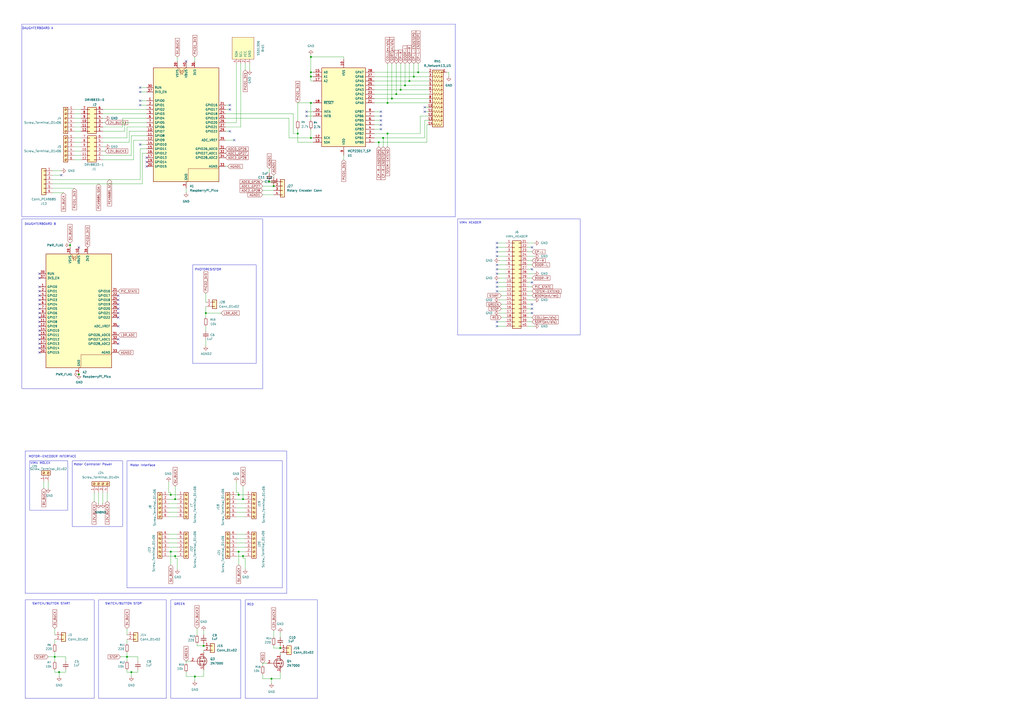
<source format=kicad_sch>
(kicad_sch (version 20250114) (generator "eeschema") (generator_version "9.0")
  (paper "A2")
  (rectangle (start 111.76 153.67) (end 148.59 210.82))
  (rectangle (start 14.605 261.62) (end 166.37 344.17))
  (rectangle (start 142.24 347.98) (end 184.15 405.13))
  (rectangle (start 41.91 267.335) (end 71.12 305.435))
  (rectangle (start 12.7 127) (end 152.4 225.425))
  (rectangle (start 57.15 347.98) (end 96.52 405.13))
  (rectangle (start 14.605 347.98) (end 54.61 405.13))
  (rectangle (start 265.43 127) (end 336.55 194.31))
  (rectangle (start 99.06 347.98) (end 139.7 405.13))
  (rectangle (start 12.7 13.97) (end 264.16 125.73))
  (rectangle (start 17.145 267.335) (end 39.37 295.91))
  (rectangle (start 73.66 267.335) (end 163.83 340.995))
  (text "DAUGHTERBOARD A" (at 21.844 16.51 0) (effects (font (size 1.27 1.27))))
  (text "Motor Controller Power\n" (at 53.848 269.494 0) (effects (font (size 1.27 1.27))))
  (text "VIM4 MOLEX\n\n" (at 23.368 269.748 0) (effects (font (size 1.27 1.27))))
  (text "PHOTORESISTOR" (at 120.65 156.464 0) (effects (font (size 1.27 1.27))))
  (text "GREEN" (at 104.14 350.52 0) (effects (font (size 1.27 1.27))))
  (text "Motor Interface\n" (at 82.804 270.002 0) (effects (font (size 1.27 1.27))))
  (text "MOTOR-ENCODER INTERFACE" (at 30.48 264.922 0) (effects (font (size 1.27 1.27))))
  (text "VIM4 HEADER" (at 272.796 129.286 0) (effects (font (size 1.27 1.27))))
  (text "RED" (at 145.288 350.774 0) (effects (font (size 1.27 1.27))))
  (text "DAUGHTERBOARD B" (at 23.368 130.048 0) (effects (font (size 1.27 1.27))))
  (text "SWITCH/BUTTON STOP" (at 71.628 350.266 0) (effects (font (size 1.27 1.27))))
  (text "SWITCH/BUTTON START" (at 29.718 350.266 0) (effects (font (size 1.27 1.27))))
  (junction (at 180.34 44.45))
  (junction (at 99.06 320.04))
  (junction (at 172.72 77.47))
  (junction (at 138.43 287.02))
  (junction (at 138.43 320.04))
  (junction (at 101.6 289.56))
  (junction (at 73.66 381))
  (junction (at 224.79 59.69))
  (junction (at 40.64 142.24))
  (junction (at 242.57 41.91))
  (junction (at 140.97 322.58))
  (junction (at 240.03 44.45))
  (junction (at 180.34 41.91))
  (junction (at 119.38 181.61))
  (junction (at 232.41 52.07))
  (junction (at 99.06 287.02))
  (junction (at 180.34 59.69))
  (junction (at 156.21 105.41))
  (junction (at 34.29 389.89))
  (junction (at 237.49 46.99))
  (junction (at 180.34 33.02))
  (junction (at 113.03 392.43))
  (junction (at 140.97 289.56))
  (junction (at 224.79 77.47))
  (junction (at 222.25 80.01))
  (junction (at 180.34 80.01))
  (junction (at 101.6 322.58))
  (junction (at 219.71 82.55))
  (junction (at 227.33 57.15))
  (junction (at 157.48 393.7))
  (junction (at 229.87 54.61))
  (junction (at 162.56 375.92))
  (junction (at 234.95 49.53))
  (junction (at 76.2 389.89))
  (junction (at 118.11 374.65))
  (junction (at 31.75 381))
  (junction (at 45.72 217.17))
  (junction (at 158.75 107.95))
  (no_connect (at 135.89 81.28))
  (no_connect (at 220.98 72.39))
  (no_connect (at 308.61 176.53))
  (no_connect (at 288.29 158.75))
  (no_connect (at 220.98 74.93))
  (no_connect (at 288.29 189.23))
  (no_connect (at 68.58 196.85))
  (no_connect (at 288.29 146.05))
  (no_connect (at 22.86 176.53))
  (no_connect (at 85.09 96.52))
  (no_connect (at 22.86 199.39))
  (no_connect (at 288.29 166.37))
  (no_connect (at 133.35 63.5))
  (no_connect (at 288.29 140.97))
  (no_connect (at 133.35 76.2))
  (no_connect (at 308.61 179.07))
  (no_connect (at 308.61 143.51))
  (no_connect (at 220.98 64.77))
  (no_connect (at 81.28 50.8))
  (no_connect (at 68.58 181.61))
  (no_connect (at 68.58 179.07))
  (no_connect (at 308.61 163.83))
  (no_connect (at 133.35 60.96))
  (no_connect (at 22.86 166.37))
  (no_connect (at 308.61 156.21))
  (no_connect (at 81.28 53.34))
  (no_connect (at 177.8 67.31))
  (no_connect (at 220.98 69.85))
  (no_connect (at 22.86 186.69))
  (no_connect (at 22.86 204.47))
  (no_connect (at 288.29 168.91))
  (no_connect (at 288.29 148.59))
  (no_connect (at 288.29 153.67))
  (no_connect (at 85.09 91.44))
  (no_connect (at 288.29 143.51))
  (no_connect (at 22.86 181.61))
  (no_connect (at 68.58 176.53))
  (no_connect (at 68.58 184.15))
  (no_connect (at 220.98 67.31))
  (no_connect (at 22.86 201.93))
  (no_connect (at 45.72 143.51))
  (no_connect (at 246.38 62.23))
  (no_connect (at 246.38 64.77))
  (no_connect (at 288.29 163.83))
  (no_connect (at 22.86 189.23))
  (no_connect (at 68.58 189.23))
  (no_connect (at 22.86 173.99))
  (no_connect (at 81.28 58.42))
  (no_connect (at 22.86 171.45))
  (no_connect (at 22.86 161.29))
  (no_connect (at 85.09 93.98))
  (no_connect (at 81.28 83.82))
  (no_connect (at 22.86 184.15))
  (no_connect (at 35.56 101.6))
  (no_connect (at 68.58 173.99))
  (no_connect (at 22.86 196.85))
  (no_connect (at 107.95 35.56))
  (no_connect (at 22.86 158.75))
  (no_connect (at 22.86 168.91))
  (no_connect (at 22.86 179.07))
  (no_connect (at 308.61 181.61))
  (no_connect (at 22.86 191.77))
  (no_connect (at 22.86 194.31))
  (no_connect (at 68.58 199.39))
  (no_connect (at 68.58 171.45))
  (no_connect (at 288.29 156.21))
  (no_connect (at 81.28 60.96))
  (no_connect (at 177.8 64.77))
  (no_connect (at 288.29 186.69))
  (wire (pts (xy 102.87 330.2) (xy 102.87 323.85)))
  (wire (pts (xy 102.87 322.58) (xy 101.6 322.58)))
  (wire (pts (xy 130.81 81.28) (xy 135.89 81.28)))
  (wire (pts (xy 85.09 71.12) (xy 72.39 71.12)))
  (wire (pts (xy 130.81 73.66) (xy 139.7 73.66)))
  (wire (pts (xy 97.79 292.1) (xy 102.87 292.1)))
  (wire (pts (xy 31.75 364.49) (xy 31.75 368.3)))
  (wire (pts (xy 59.69 68.58) (xy 60.96 68.58)))
  (wire (pts (xy 43.18 92.71) (xy 46.99 92.71)))
  (wire (pts (xy 130.81 96.52) (xy 132.08 96.52)))
  (wire (pts (xy 139.7 36.83) (xy 139.7 73.66)))
  (wire (pts (xy 288.29 143.51) (xy 293.37 143.51)))
  (wire (pts (xy 40.64 142.24) (xy 40.64 143.51)))
  (wire (pts (xy 85.09 81.28) (xy 77.47 81.28)))
  (wire (pts (xy 142.24 36.83) (xy 142.24 40.64)))
  (wire (pts (xy 162.56 375.92) (xy 158.75 375.92)))
  (wire (pts (xy 289.56 151.13) (xy 293.37 151.13)))
  (wire (pts (xy 31.75 378.46) (xy 31.75 381)))
  (wire (pts (xy 81.28 53.34) (xy 85.09 53.34)))
  (wire (pts (xy 101.6 281.94) (xy 101.6 289.56)))
  (wire (pts (xy 81.28 104.14) (xy 81.28 86.36)))
  (wire (pts (xy 27.94 381) (xy 31.75 381)))
  (wire (pts (xy 172.72 77.47) (xy 170.18 77.47)))
  (wire (pts (xy 181.61 80.01) (xy 180.34 80.01)))
  (wire (pts (xy 73.66 73.66) (xy 73.66 80.01)))
  (wire (pts (xy 217.17 52.07) (xy 232.41 52.07)))
  (wire (pts (xy 180.34 33.02) (xy 199.39 33.02)))
  (wire (pts (xy 137.16 289.56) (xy 140.97 289.56)))
  (wire (pts (xy 181.61 41.91) (xy 180.34 41.91)))
  (wire (pts (xy 119.38 181.61) (xy 119.38 184.15)))
  (wire (pts (xy 76.2 389.89) (xy 76.2 392.43)))
  (wire (pts (xy 229.87 54.61) (xy 248.92 54.61)))
  (wire (pts (xy 107.95 389.89) (xy 107.95 392.43)))
  (wire (pts (xy 167.64 68.58) (xy 130.81 68.58)))
  (wire (pts (xy 85.09 76.2) (xy 74.93 76.2)))
  (wire (pts (xy 142.24 320.04) (xy 138.43 320.04)))
  (wire (pts (xy 224.79 77.47) (xy 224.79 85.09)))
  (wire (pts (xy 217.17 74.93) (xy 220.98 74.93)))
  (wire (pts (xy 97.79 279.4) (xy 97.79 285.75)))
  (wire (pts (xy 243.84 77.47) (xy 243.84 67.31)))
  (wire (pts (xy 137.16 297.18) (xy 142.24 297.18)))
  (wire (pts (xy 80.01 389.89) (xy 80.01 388.62)))
  (wire (pts (xy 114.3 374.65) (xy 114.3 373.38)))
  (wire (pts (xy 224.79 59.9141) (xy 224.79 59.69)))
  (wire (pts (xy 247.65 82.55) (xy 247.65 72.39)))
  (wire (pts (xy 180.34 46.99) (xy 181.61 46.99)))
  (wire (pts (xy 259.08 41.91) (xy 260.35 41.91)))
  (wire (pts (xy 140.97 289.56) (xy 142.24 289.56)))
  (wire (pts (xy 217.17 46.99) (xy 237.49 46.99)))
  (wire (pts (xy 43.18 63.5) (xy 46.99 63.5)))
  (wire (pts (xy 118.11 373.38) (xy 118.11 374.65)))
  (wire (pts (xy 130.81 60.96) (xy 133.35 60.96)))
  (wire (pts (xy 77.47 92.71) (xy 59.69 92.71)))
  (wire (pts (xy 306.07 158.75) (xy 309.88 158.75)))
  (wire (pts (xy 288.29 146.05) (xy 293.37 146.05)))
  (wire (pts (xy 162.56 393.7) (xy 157.48 393.7)))
  (wire (pts (xy 74.93 82.55) (xy 59.69 82.55)))
  (wire (pts (xy 180.34 31.75) (xy 180.34 33.02)))
  (wire (pts (xy 217.17 49.53) (xy 234.95 49.53)))
  (wire (pts (xy 306.07 186.69) (xy 308.61 186.69)))
  (wire (pts (xy 59.69 66.04) (xy 85.09 66.04)))
  (wire (pts (xy 57.15 285.75) (xy 57.15 292.1)))
  (wire (pts (xy 306.07 148.59) (xy 309.88 148.59)))
  (wire (pts (xy 306.07 146.05) (xy 308.61 146.05)))
  (wire (pts (xy 118.11 374.65) (xy 114.3 374.65)))
  (wire (pts (xy 73.66 370.84) (xy 73.66 373.38)))
  (wire (pts (xy 290.83 171.45) (xy 293.37 171.45)))
  (wire (pts (xy 306.07 176.53) (xy 308.61 176.53)))
  (wire (pts (xy 222.25 80.01) (xy 246.38 80.01)))
  (wire (pts (xy 222.25 80.01) (xy 222.25 85.09)))
  (wire (pts (xy 102.87 323.85) (xy 101.6 323.85)))
  (wire (pts (xy 217.17 59.69) (xy 224.79 59.69)))
  (wire (pts (xy 73.66 378.46) (xy 73.66 381)))
  (wire (pts (xy 288.29 158.75) (xy 293.37 158.75)))
  (wire (pts (xy 76.2 90.17) (xy 59.69 90.17)))
  (wire (pts (xy 38.1 389.89) (xy 38.1 388.62)))
  (wire (pts (xy 162.56 367.03) (xy 162.56 369.57)))
  (wire (pts (xy 102.87 309.88) (xy 97.79 309.88)))
  (wire (pts (xy 180.34 33.02) (xy 180.34 41.91)))
  (wire (pts (xy 234.95 36.83) (xy 234.95 49.53)))
  (wire (pts (xy 172.72 77.47) (xy 172.72 82.55)))
  (wire (pts (xy 97.79 287.02) (xy 99.06 287.02)))
  (wire (pts (xy 73.66 388.62) (xy 73.66 389.89)))
  (wire (pts (xy 138.43 285.75) (xy 138.43 287.02)))
  (wire (pts (xy 242.57 41.91) (xy 248.92 41.91)))
  (wire (pts (xy 85.09 73.66) (xy 73.66 73.66)))
  (wire (pts (xy 81.28 58.42) (xy 85.09 58.42)))
  (wire (pts (xy 113.03 33.02) (xy 113.03 35.56)))
  (wire (pts (xy 180.34 41.91) (xy 180.34 44.45)))
  (wire (pts (xy 162.56 378.46) (xy 162.56 379.73)))
  (wire (pts (xy 34.29 389.89) (xy 38.1 389.89)))
  (wire (pts (xy 97.79 297.18) (xy 102.87 297.18)))
  (wire (pts (xy 232.41 36.83) (xy 232.41 52.07)))
  (wire (pts (xy 142.24 314.96) (xy 137.16 314.96)))
  (wire (pts (xy 59.69 87.63) (xy 60.96 87.63)))
  (wire (pts (xy 240.03 44.45) (xy 248.92 44.45)))
  (wire (pts (xy 288.29 168.91) (xy 293.37 168.91)))
  (wire (pts (xy 118.11 388.62) (xy 118.11 392.43)))
  (wire (pts (xy 30.48 106.68) (xy 82.55 106.68)))
  (wire (pts (xy 306.07 163.83) (xy 308.61 163.83)))
  (wire (pts (xy 306.07 179.07) (xy 308.61 179.07)))
  (wire (pts (xy 167.64 80.01) (xy 167.64 68.58)))
  (wire (pts (xy 80.01 383.54) (xy 80.01 381)))
  (wire (pts (xy 288.29 153.67) (xy 293.37 153.67)))
  (wire (pts (xy 289.56 173.99) (xy 293.37 173.99)))
  (wire (pts (xy 43.18 71.12) (xy 46.99 71.12)))
  (wire (pts (xy 114.3 364.49) (xy 114.3 368.3)))
  (wire (pts (xy 69.85 381) (xy 73.66 381)))
  (wire (pts (xy 113.03 392.43) (xy 118.11 392.43)))
  (wire (pts (xy 30.48 99.06) (xy 35.56 99.06)))
  (wire (pts (xy 156.21 105.41) (xy 152.4 105.41)))
  (wire (pts (xy 43.18 76.2) (xy 46.99 76.2)))
  (wire (pts (xy 130.81 76.2) (xy 133.35 76.2)))
  (wire (pts (xy 119.38 170.18) (xy 119.38 175.26)))
  (wire (pts (xy 31.75 389.89) (xy 34.29 389.89)))
  (wire (pts (xy 246.38 80.01) (xy 246.38 69.85)))
  (wire (pts (xy 130.81 63.5) (xy 133.35 63.5)))
  (wire (pts (xy 43.18 80.01) (xy 46.99 80.01)))
  (wire (pts (xy 102.87 314.96) (xy 97.79 314.96)))
  (wire (pts (xy 76.2 389.89) (xy 80.01 389.89)))
  (wire (pts (xy 246.38 69.85) (xy 248.92 69.85)))
  (wire (pts (xy 99.06 287.02) (xy 102.87 287.02)))
  (wire (pts (xy 38.1 381) (xy 31.75 381)))
  (wire (pts (xy 224.79 77.47) (xy 243.84 77.47)))
  (wire (pts (xy 288.29 186.69) (xy 293.37 186.69)))
  (wire (pts (xy 140.97 322.58) (xy 137.16 322.58)))
  (wire (pts (xy 101.6 289.56) (xy 102.87 289.56)))
  (wire (pts (xy 234.95 49.53) (xy 248.92 49.53)))
  (wire (pts (xy 170.18 77.47) (xy 170.18 66.04)))
  (wire (pts (xy 172.72 59.69) (xy 172.72 69.85)))
  (wire (pts (xy 77.47 81.28) (xy 77.47 92.71)))
  (wire (pts (xy 137.16 292.1) (xy 142.24 292.1)))
  (wire (pts (xy 142.24 317.5) (xy 137.16 317.5)))
  (wire (pts (xy 142.24 330.2) (xy 142.24 323.85)))
  (wire (pts (xy 246.38 62.23) (xy 248.92 62.23)))
  (wire (pts (xy 217.17 57.15) (xy 227.33 57.15)))
  (wire (pts (xy 229.87 36.83) (xy 229.87 54.61)))
  (wire (pts (xy 71.12 68.58) (xy 71.12 73.66)))
  (wire (pts (xy 180.34 59.69) (xy 181.61 59.69)))
  (wire (pts (xy 119.38 189.23) (xy 119.38 191.77)))
  (wire (pts (xy 113.03 392.43) (xy 113.03 394.97)))
  (wire (pts (xy 288.29 156.21) (xy 293.37 156.21)))
  (wire (pts (xy 107.95 109.22) (xy 107.95 111.76)))
  (wire (pts (xy 181.61 82.55) (xy 172.72 82.55)))
  (wire (pts (xy 240.03 36.83) (xy 240.03 44.45)))
  (wire (pts (xy 43.18 66.04) (xy 46.99 66.04)))
  (wire (pts (xy 152.4 107.95) (xy 158.75 107.95)))
  (wire (pts (xy 43.18 87.63) (xy 46.99 87.63)))
  (wire (pts (xy 107.95 383.54) (xy 107.95 384.81)))
  (wire (pts (xy 246.38 64.77) (xy 248.92 64.77)))
  (wire (pts (xy 157.48 393.7) (xy 157.48 396.24)))
  (wire (pts (xy 119.38 181.61) (xy 128.27 181.61)))
  (wire (pts (xy 217.17 77.47) (xy 224.79 77.47)))
  (wire (pts (xy 306.07 151.13) (xy 308.61 151.13)))
  (wire (pts (xy 97.79 294.64) (xy 102.87 294.64)))
  (wire (pts (xy 306.07 140.97) (xy 309.88 140.97)))
  (wire (pts (xy 306.07 184.15) (xy 308.61 184.15)))
  (wire (pts (xy 72.39 71.12) (xy 72.39 76.2)))
  (wire (pts (xy 199.39 90.17) (xy 199.39 92.71)))
  (wire (pts (xy 158.75 105.41) (xy 156.21 105.41)))
  (wire (pts (xy 227.33 36.83) (xy 227.33 57.15)))
  (wire (pts (xy 243.84 67.31) (xy 248.92 67.31)))
  (wire (pts (xy 85.09 78.74) (xy 76.2 78.74)))
  (wire (pts (xy 30.48 101.6) (xy 35.56 101.6)))
  (wire (pts (xy 43.18 85.09) (xy 46.99 85.09)))
  (wire (pts (xy 137.16 299.72) (xy 142.24 299.72)))
  (wire (pts (xy 31.75 388.62) (xy 31.75 389.89)))
  (wire (pts (xy 43.18 90.17) (xy 46.99 90.17)))
  (wire (pts (xy 73.66 364.49) (xy 73.66 368.3)))
  (wire (pts (xy 288.29 140.97) (xy 293.37 140.97)))
  (wire (pts (xy 97.79 299.72) (xy 102.87 299.72)))
  (wire (pts (xy 217.17 72.39) (xy 220.98 72.39)))
  (wire (pts (xy 97.79 289.56) (xy 101.6 289.56)))
  (wire (pts (xy 152.4 391.16) (xy 152.4 393.7)))
  (wire (pts (xy 289.56 161.29) (xy 293.37 161.29)))
  (wire (pts (xy 219.71 82.55) (xy 247.65 82.55)))
  (wire (pts (xy 142.24 312.42) (xy 137.16 312.42)))
  (wire (pts (xy 247.65 72.39) (xy 248.92 72.39)))
  (wire (pts (xy 217.17 54.61) (xy 229.87 54.61)))
  (wire (pts (xy 59.69 285.75) (xy 59.69 292.1)))
  (wire (pts (xy 138.43 287.02) (xy 142.24 287.02)))
  (wire (pts (xy 99.06 320.04) (xy 97.79 320.04)))
  (wire (pts (xy 217.17 41.91) (xy 242.57 41.91)))
  (wire (pts (xy 289.56 181.61) (xy 293.37 181.61)))
  (wire (pts (xy 152.4 393.7) (xy 157.48 393.7)))
  (wire (pts (xy 34.29 389.89) (xy 34.29 392.43)))
  (wire (pts (xy 260.35 41.91) (xy 260.35 44.45)))
  (wire (pts (xy 158.75 375.92) (xy 158.75 374.65)))
  (wire (pts (xy 232.41 52.07) (xy 248.92 52.07)))
  (wire (pts (xy 59.69 76.2) (xy 72.39 76.2)))
  (wire (pts (xy 162.56 374.65) (xy 162.56 375.92)))
  (wire (pts (xy 40.64 140.97) (xy 40.64 142.24)))
  (wire (pts (xy 31.75 370.84) (xy 31.75 373.38)))
  (wire (pts (xy 73.66 389.89) (xy 76.2 389.89)))
  (wire (pts (xy 306.07 181.61) (xy 308.61 181.61)))
  (wire (pts (xy 118.11 377.19) (xy 118.11 378.46)))
  (wire (pts (xy 73.66 381) (xy 73.66 383.54)))
  (wire (pts (xy 144.78 36.83) (xy 144.78 40.64)))
  (wire (pts (xy 306.07 161.29) (xy 308.61 161.29)))
  (wire (pts (xy 217.17 64.77) (xy 220.98 64.77)))
  (wire (pts (xy 142.24 309.88) (xy 137.16 309.88)))
  (wire (pts (xy 217.17 80.01) (xy 222.25 80.01)))
  (wire (pts (xy 308.61 166.37) (xy 306.07 166.37)))
  (wire (pts (xy 97.79 285.75) (xy 99.06 285.75)))
  (wire (pts (xy 74.93 76.2) (xy 74.93 82.55)))
  (wire (pts (xy 217.17 69.85) (xy 220.98 69.85)))
  (wire (pts (xy 227.33 57.15) (xy 248.92 57.15)))
  (wire (pts (xy 71.12 73.66) (xy 59.69 73.66)))
  (wire (pts (xy 162.56 389.89) (xy 162.56 393.7)))
  (wire (pts (xy 101.6 323.85) (xy 101.6 322.58)))
  (wire (pts (xy 217.17 82.55) (xy 219.71 82.55)))
  (wire (pts (xy 217.17 67.31) (xy 220.98 67.31)))
  (wire (pts (xy 59.69 85.09) (xy 60.96 85.09)))
  (wire (pts (xy 142.24 323.85) (xy 140.97 323.85)))
  (wire (pts (xy 38.1 383.54) (xy 38.1 381)))
  (wire (pts (xy 137.16 285.75) (xy 138.43 285.75)))
  (wire (pts (xy 43.18 82.55) (xy 46.99 82.55)))
  (wire (pts (xy 85.09 68.58) (xy 71.12 68.58)))
  (wire (pts (xy 306.07 171.45) (xy 308.61 171.45)))
  (wire (pts (xy 59.69 63.5) (xy 85.09 63.5)))
  (wire (pts (xy 308.61 168.91) (xy 306.07 168.91)))
  (wire (pts (xy 306.07 189.23) (xy 309.88 189.23)))
  (wire (pts (xy 31.75 381) (xy 31.75 383.54)))
  (wire (pts (xy 217.17 44.45) (xy 240.03 44.45)))
  (wire (pts (xy 158.75 113.03) (xy 152.4 113.03)))
  (wire (pts (xy 306.07 143.51) (xy 308.61 143.51)))
  (wire (pts (xy 137.16 287.02) (xy 138.43 287.02)))
  (wire (pts (xy 142.24 322.58) (xy 140.97 322.58)))
  (wire (pts (xy 172.72 74.93) (xy 172.72 77.47)))
  (wire (pts (xy 219.71 82.55) (xy 219.71 85.09)))
  (wire (pts (xy 242.57 36.83) (xy 242.57 41.91)))
  (wire (pts (xy 62.23 285.75) (xy 62.23 290.83)))
  (wire (pts (xy 290.83 179.07) (xy 293.37 179.07)))
  (wire (pts (xy 290.83 176.53) (xy 293.37 176.53)))
  (wire (pts (xy 76.2 78.74) (xy 76.2 90.17)))
  (wire (pts (xy 237.49 46.99) (xy 248.92 46.99)))
  (wire (pts (xy 154.94 384.81) (xy 152.4 384.81)))
  (wire (pts (xy 140.97 323.85) (xy 140.97 322.58)))
  (wire (pts (xy 99.06 285.75) (xy 99.06 287.02)))
  (wire (pts (xy 224.79 59.69) (xy 248.92 59.69)))
  (wire (pts (xy 82.55 88.9) (xy 85.09 88.9)))
  (wire (pts (xy 290.83 184.15) (xy 293.37 184.15)))
  (wire (pts (xy 119.38 177.8) (xy 119.38 181.61)))
  (wire (pts (xy 137.16 294.64) (xy 142.24 294.64)))
  (wire (pts (xy 102.87 320.04) (xy 99.06 320.04)))
  (wire (pts (xy 82.55 106.68) (xy 82.55 88.9)))
  (wire (pts (xy 172.72 59.69) (xy 180.34 59.69)))
  (wire (pts (xy 30.48 104.14) (xy 81.28 104.14)))
  (wire (pts (xy 130.81 71.12) (xy 137.16 71.12)))
  (wire (pts (xy 73.66 80.01) (xy 59.69 80.01)))
  (wire (pts (xy 118.11 365.76) (xy 118.11 368.3)))
  (wire (pts (xy 180.34 44.45) (xy 180.34 46.99)))
  (wire (pts (xy 101.6 322.58) (xy 97.79 322.58)))
  (wire (pts (xy 25.4 279.4) (xy 25.4 283.21)))
  (wire (pts (xy 180.34 44.45) (xy 181.61 44.45)))
  (wire (pts (xy 138.43 320.04) (xy 137.16 320.04)))
  (wire (pts (xy 80.01 381) (xy 73.66 381)))
  (wire (pts (xy 119.38 196.85) (xy 119.38 200.66)))
  (wire (pts (xy 30.48 109.22) (xy 43.18 109.22)))
  (wire (pts (xy 43.18 73.66) (xy 46.99 73.66)))
  (wire (pts (xy 107.95 392.43) (xy 113.03 392.43)))
  (wire (pts (xy 30.48 111.76) (xy 36.83 111.76)))
  (wire (pts (xy 43.18 68.58) (xy 46.99 68.58)))
  (wire (pts (xy 110.49 383.54) (xy 107.95 383.54)))
  (wire (pts (xy 81.28 50.8) (xy 85.09 50.8)))
  (wire (pts (xy 27.94 279.4) (xy 27.94 283.21)))
  (wire (pts (xy 288.29 166.37) (xy 293.37 166.37)))
  (wire (pts (xy 137.16 279.4) (xy 137.16 285.75)))
  (wire (pts (xy 224.79 59.69) (xy 224.79 36.83)))
  (wire (pts (xy 288.29 189.23) (xy 293.37 189.23)))
  (wire (pts (xy 177.8 64.77) (xy 181.61 64.77)))
  (wire (pts (xy 81.28 83.82) (xy 85.09 83.82)))
  (wire (pts (xy 180.34 74.93) (xy 180.34 80.01)))
  (wire (pts (xy 81.28 60.96) (xy 85.09 60.96)))
  (wire (pts (xy 156.21 100.33) (xy 156.21 97.79)))
  (wire (pts (xy 199.39 34.29) (xy 199.39 33.02)))
  (wire (pts (xy 288.29 163.83) (xy 293.37 163.83)))
  (wire (pts (xy 306.07 156.21) (xy 308.61 156.21)))
  (wire (pts (xy 306.07 173.99) (xy 309.88 173.99)))
  (wire (pts (xy 59.69 71.12) (xy 60.96 71.12)))
  (wire (pts (xy 99.06 327.66) (xy 99.06 320.04)))
  (wire (pts (xy 170.18 66.04) (xy 130.81 66.04)))
  (wire (pts (xy 138.43 327.66) (xy 138.43 320.04)))
  (wire (pts (xy 102.87 312.42) (xy 97.79 312.42)))
  (wire (pts (xy 306.07 153.67) (xy 308.61 153.67)))
  (wire (pts (xy 158.75 102.87) (xy 158.75 101.6)))
  (wire (pts (xy 102.87 33.02) (xy 102.87 35.56)))
  (wire (pts (xy 81.28 86.36) (xy 85.09 86.36)))
  (wire (pts (xy 137.16 36.83) (xy 137.16 71.12)))
  (wire (pts (xy 102.87 317.5) (xy 97.79 317.5)))
  (wire (pts (xy 167.64 80.01) (xy 180.34 80.01)))
  (wire (pts (xy 288.29 148.59) (xy 293.37 148.59)))
  (wire (pts (xy 177.8 67.31) (xy 181.61 67.31)))
  (wire (pts (xy 54.61 285.75) (xy 54.61 290.83)))
  (wire (pts (xy 180.34 59.69) (xy 180.34 69.85)))
  (wire (pts (xy 158.75 110.49) (xy 152.4 110.49)))
  (wire (pts (xy 152.4 384.81) (xy 152.4 386.08)))
  (wire (pts (xy 140.97 281.94) (xy 140.97 289.56)))
  (wire (pts (xy 158.75 365.76) (xy 158.75 369.57)))
  (wire (pts (xy 237.49 36.83) (xy 237.49 46.99)))
  (global_label "5V_BUCK" (shape input) (at 101.6 281.94 90) (property "Intersheetrefs" "${INTERSHEET_REFS}" (effects (hide yes))))
  (global_label "12V_BUCK2" (shape input) (at 62.23 290.83 270) (property "Intersheetrefs" "${INTERSHEET_REFS}" (effects (hide yes))))
  (global_label "COLL(en{slash}dis)" (shape input) (at 308.61 184.15 0) (property "Intersheetrefs" "${INTERSHEET_REFS}" (effects (hide yes))))
  (global_label "12V_BUCK2" (shape input) (at 114.3 364.49 90) (property "Intersheetrefs" "${INTERSHEET_REFS}" (effects (hide yes))))
  (global_label "PICO2_3V3" (shape input) (at 119.38 170.18 90) (property "Intersheetrefs" "${INTERSHEET_REFS}" (effects (hide yes))))
  (global_label "3V_BUCK" (shape input) (at 73.66 364.49 90) (property "Intersheetrefs" "${INTERSHEET_REFS}" (effects (hide yes))))
  (global_label "PICO1_3V3" (shape input) (at 113.03 33.02 90) (property "Intersheetrefs" "${INTERSHEET_REFS}" (effects (hide yes))))
  (global_label "AGND1" (shape input) (at 152.4 113.03 180) (property "Intersheetrefs" "${INTERSHEET_REFS}" (effects (hide yes))))
  (global_label "ADC0_GP26" (shape input) (at 152.4 105.41 180) (property "Intersheetrefs" "${INTERSHEET_REFS}" (effects (hide yes))))
  (global_label "SORT(en{slash}dis)" (shape input) (at 308.61 186.69 0) (property "Intersheetrefs" "${INTERSHEET_REFS}" (effects (hide yes))))
  (global_label "LDR_ADC" (shape input) (at 68.58 194.31 0) (property "Intersheetrefs" "${INTERSHEET_REFS}" (effects (hide yes))))
  (global_label "5V_BUCK" (shape input) (at 102.87 33.02 90) (property "Intersheetrefs" "${INTERSHEET_REFS}" (effects (hide yes))))
  (global_label "5V_BUCK" (shape input) (at 99.06 327.66 270) (property "Intersheetrefs" "${INTERSHEET_REFS}" (effects (hide yes))))
  (global_label "12V_BUCK3" (shape input) (at 60.96 71.12 0) (property "Intersheetrefs" "${INTERSHEET_REFS}" (effects (hide yes))))
  (global_label "CP-L-ENDSTOP1" (shape input) (at 242.57 36.83 90) (property "Intersheetrefs" "${INTERSHEET_REFS}" (effects (hide yes))))
  (global_label "START" (shape input) (at 27.94 381 180) (property "Intersheetrefs" "${INTERSHEET_REFS}" (effects (hide yes))))
  (global_label "AGND1" (shape input) (at 132.08 96.52 0) (property "Intersheetrefs" "${INTERSHEET_REFS}" (effects (hide yes))))
  (global_label "PICO1_3V3" (shape input) (at 142.24 40.64 270) (property "Intersheetrefs" "${INTERSHEET_REFS}" (effects (hide yes))))
  (global_label "CP-R" (shape input) (at 232.41 36.83 90) (property "Intersheetrefs" "${INTERSHEET_REFS}" (effects (hide yes))))
  (global_label "5V_BUCK" (shape input) (at 138.43 327.66 270) (property "Intersheetrefs" "${INTERSHEET_REFS}" (effects (hide yes))))
  (global_label "STOP" (shape input) (at 290.83 179.07 180) (property "Intersheetrefs" "${INTERSHEET_REFS}" (effects (hide yes))))
  (global_label "PICO2_3V3" (shape input) (at 50.8 143.51 90) (property "Intersheetrefs" "${INTERSHEET_REFS}" (effects (hide yes))))
  (global_label "RED" (shape input) (at 290.83 184.15 180) (property "Intersheetrefs" "${INTERSHEET_REFS}" (effects (hide yes))))
  (global_label "SORT(en{slash}dis)" (shape input) (at 227.33 36.83 90) (property "Intersheetrefs" "${INTERSHEET_REFS}" (effects (hide yes))))
  (global_label "LDR_ADC" (shape input) (at 128.27 181.61 0) (property "Intersheetrefs" "${INTERSHEET_REFS}" (effects (hide yes))))
  (global_label "PCA9685_SCL" (shape input) (at 63.5 104.14 270) (property "Intersheetrefs" "${INTERSHEET_REFS}" (effects (hide yes))))
  (global_label "5V_BUCK" (shape input) (at 40.64 140.97 90) (property "Intersheetrefs" "${INTERSHEET_REFS}" (effects (hide yes))))
  (global_label "PICO1_3V3" (shape input) (at 43.18 109.22 270) (property "Intersheetrefs" "${INTERSHEET_REFS}" (effects (hide yes))))
  (global_label "PICO1_3V3" (shape input) (at 199.39 92.71 270) (property "Intersheetrefs" "${INTERSHEET_REFS}" (effects (hide yes))))
  (global_label "ADC2_GP28" (shape input) (at 130.81 91.44 0) (property "Intersheetrefs" "${INTERSHEET_REFS}" (effects (hide yes))))
  (global_label "CP-R" (shape input) (at 308.61 151.13 0) (property "Intersheetrefs" "${INTERSHEET_REFS}" (effects (hide yes))))
  (global_label "PIC_STATE" (shape input) (at 68.58 168.91 0) (property "Intersheetrefs" "${INTERSHEET_REFS}" (effects (hide yes))))
  (global_label "ADC2_GP28" (shape input) (at 152.4 110.49 180) (property "Intersheetrefs" "${INTERSHEET_REFS}" (effects (hide yes))))
  (global_label "DOOR-R" (shape input) (at 308.61 161.29 0) (property "Intersheetrefs" "${INTERSHEET_REFS}" (effects (hide yes))))
  (global_label "3V_BUCK" (shape input) (at 31.75 364.49 90) (property "Intersheetrefs" "${INTERSHEET_REFS}" (effects (hide yes))))
  (global_label "PCA9685_SDA" (shape input) (at 57.15 106.68 270) (property "Intersheetrefs" "${INTERSHEET_REFS}" (effects (hide yes))))
  (global_label "ADC0_GP26" (shape input) (at 130.81 86.36 0) (property "Intersheetrefs" "${INTERSHEET_REFS}" (effects (hide yes))))
  (global_label "DOOR-R" (shape input) (at 237.49 36.83 90) (property "Intersheetrefs" "${INTERSHEET_REFS}" (effects (hide yes))))
  (global_label "DOOR-L" (shape input) (at 308.61 153.67 0) (property "Intersheetrefs" "${INTERSHEET_REFS}" (effects (hide yes))))
  (global_label "CP-L" (shape input) (at 308.61 146.05 0) (property "Intersheetrefs" "${INTERSHEET_REFS}" (effects (hide yes))))
  (global_label "AGND1" (shape input) (at 158.75 101.6 90) (property "Intersheetrefs" "${INTERSHEET_REFS}" (effects (hide yes))))
  (global_label "TOTEM-EXTEND" (shape input) (at 308.61 168.91 0) (property "Intersheetrefs" "${INTERSHEET_REFS}" (effects (hide yes))))
  (global_label "5V_BUCK" (shape input) (at 140.97 281.94 90) (property "Intersheetrefs" "${INTERSHEET_REFS}" (effects (hide yes))))
  (global_label "GREEN" (shape input) (at 290.83 176.53 180) (property "Intersheetrefs" "${INTERSHEET_REFS}" (effects (hide yes))))
  (global_label "BOOM(ext{slash}ret)" (shape input) (at 308.61 171.45 0) (property "Intersheetrefs" "${INTERSHEET_REFS}" (effects (hide yes))))
  (global_label "CP-R-ENDSTOP0" (shape input) (at 219.71 85.09 270) (property "Intersheetrefs" "${INTERSHEET_REFS}" (effects (hide yes))))
  (global_label "5V_BUCK" (shape input) (at 36.83 111.76 270) (property "Intersheetrefs" "${INTERSHEET_REFS}" (effects (hide yes))))
  (global_label "PICO1_3V3" (shape input) (at 172.72 59.69 90) (property "Intersheetrefs" "${INTERSHEET_REFS}" (effects (hide yes))))
  (global_label "12V_BUCK2" (shape input) (at 158.75 365.76 90) (property "Intersheetrefs" "${INTERSHEET_REFS}" (effects (hide yes))))
  (global_label "12V_BUCK3" (shape input) (at 60.96 87.63 0) (property "Intersheetrefs" "${INTERSHEET_REFS}" (effects (hide yes))))
  (global_label "PIC_STATE" (shape input) (at 308.61 166.37 0) (property "Intersheetrefs" "${INTERSHEET_REFS}" (effects (hide yes))))
  (global_label "TOTEM-EXTEND" (shape input) (at 224.79 85.09 270) (property "Intersheetrefs" "${INTERSHEET_REFS}" (effects (hide yes))))
  (global_label "ADC1_GP27" (shape input) (at 152.4 107.95 180) (property "Intersheetrefs" "${INTERSHEET_REFS}" (effects (hide yes))))
  (global_label "CP-R-ENDSTOP1" (shape input) (at 222.25 85.09 270) (property "Intersheetrefs" "${INTERSHEET_REFS}" (effects (hide yes))))
  (global_label "ADC1_GP27" (shape input) (at 130.81 88.9 0) (property "Intersheetrefs" "${INTERSHEET_REFS}" (effects (hide yes))))
  (global_label "COLL(en{slash}dis)" (shape input) (at 224.79 36.83 90) (property "Intersheetrefs" "${INTERSHEET_REFS}" (effects (hide yes))))
  (global_label "CP-L-ENDSTOP0" (shape input) (at 240.03 36.83 90) (property "Intersheetrefs" "${INTERSHEET_REFS}" (effects (hide yes))))
  (global_label "GREEN" (shape input) (at 107.95 383.54 90) (property "Intersheetrefs" "${INTERSHEET_REFS}" (effects (hide yes))))
  (global_label "9V_BUCK" (shape input) (at 25.4 283.21 270) (property "Intersheetrefs" "${INTERSHEET_REFS}" (effects (hide yes))))
  (global_label "DOOR-L" (shape input) (at 234.95 36.83 90) (property "Intersheetrefs" "${INTERSHEET_REFS}" (effects (hide yes))))
  (global_label "CP-L" (shape input) (at 229.87 36.83 90) (property "Intersheetrefs" "${INTERSHEET_REFS}" (effects (hide yes))))
  (global_label "12V_BUCK1" (shape input) (at 54.61 290.83 270) (property "Intersheetrefs" "${INTERSHEET_REFS}" (effects (hide yes))))
  (global_label "AGND1" (shape input) (at 156.21 97.79 90) (property "Intersheetrefs" "${INTERSHEET_REFS}" (effects (hide yes))))
  (global_label "START" (shape input) (at 290.83 171.45 180) (property "Intersheetrefs" "${INTERSHEET_REFS}" (effects (hide yes))))
  (global_label "AGND2" (shape input) (at 68.58 204.47 0) (property "Intersheetrefs" "${INTERSHEET_REFS}" (effects (hide yes))))
  (global_label "RED" (shape input) (at 152.4 384.81 90) (property "Intersheetrefs" "${INTERSHEET_REFS}" (effects (hide yes))))
  (global_label "STOP" (shape input) (at 69.85 381 180) (property "Intersheetrefs" "${INTERSHEET_REFS}" (effects (hide yes))))
  (symbol (lib_id "Device:C_Small") (at 162.56 372.11 0) (unit 1)
    (property "Reference" "C10" (at 167.64 369.824 0) (effects (justify left)))
    (property "Value" "1uF" (at 167.132 371.856 0) (effects (justify left)))
    (property "Footprint" "Capacitor_SMD:C_0805_2012Metric" (effects (hide yes)))
    (property "Description" "Unpolarized capacitor, small symbol" (effects (hide yes)))
  )
  (symbol (lib_id "power:GND") (at 289.56 161.29 270) (unit 1)
    (property "Reference" "#PWR02" (effects (hide yes)))
    (property "Value" "GND" (at 285.75 161.2899 90) (effects (justify right)))
    (property "Description" "Power symbol creates a global label with name \"GND\" , ground" (effects (hide yes)))
  )
  (symbol (lib_id "Device:R_Small") (at 114.3 370.84 0) (unit 1)
    (property "Reference" "R13" (at 109.982 369.062 0) (effects (font (size 1.016 1.016)) (justify left)))
    (property "Value" "220" (at 108.966 371.348 0) (effects (justify left)))
    (property "Footprint" "Resistor_SMD:R_0805_2012Metric" (effects (hide yes)))
    (property "Description" "Resistor, small symbol" (effects (hide yes)))
  )
  (symbol (lib_id "Device:C_Small") (at 119.38 194.31 0) (unit 1)
    (property "Reference" "C6" (at 121.92 194.31 0) (effects (justify left)))
    (property "Value" "1uF" (at 119.888 196.596 0) (effects (justify left)))
    (property "Footprint" "Capacitor_SMD:C_0805_2012Metric" (effects (hide yes)))
    (property "Description" "Unpolarized capacitor, small symbol" (effects (hide yes)))
  )
  (symbol (lib_id "Device:C_Small") (at 38.1 386.08 0) (unit 1)
    (property "Reference" "C5" (at 43.18 383.794 0) (effects (justify left)))
    (property "Value" "1uF" (at 42.672 385.826 0) (effects (justify left)))
    (property "Footprint" "Capacitor_SMD:C_0805_2012Metric" (effects (hide yes)))
    (property "Description" "Unpolarized capacitor, small symbol" (effects (hide yes)))
  )
  (symbol (lib_id "Connector_Generic:Conn_01x02") (at 36.83 368.3 0) (unit 1)
    (property "Reference" "J3" (at 39.37 368.2999 0) (effects (justify left)))
    (property "Value" "Conn_01x02" (at 39.37 370.8399 0) (effects (justify left)))
    (property "Footprint" "Connector_PinHeader_2.54mm:PinHeader_1x02_P2.54mm_Vertical" (effects (hide yes)))
    (property "Description" "Generic connector, single row, 01x02, script generated (kicad-library-utils/schlib/autogen/connector/)" (effects (hide yes)))
  )
  (symbol (lib_id "Connector:Screw_Terminal_01x06") (at 107.95 317.5 0) (mirror x) (unit 1)
    (property "Reference" "J22" (at 110.998 318.516 90))
    (property "Value" "Screw_Terminal_01x06" (at 113.03 318.77 90))
    (property "Footprint" "TerminalBlock:TerminalBlock_Xinya_XY308-2.54-6P_1x06_P2.54mm_Horizontal" (effects (hide yes)))
    (property "Description" "Generic screw terminal, single row, 01x06, script generated (kicad-library-utils/schlib/autogen/connector/)" (effects (hide yes)))
  )
  (symbol (lib_id "Device:R_Small") (at 180.34 72.39 0) (unit 1)
    (property "Reference" "R4" (at 181.864 71.12 0) (effects (font (size 1.016 1.016)) (justify left)))
    (property "Value" "2.7k" (at 181.864 73.66 0) (effects (justify left)))
    (property "Footprint" "Resistor_SMD:R_0805_2012Metric" (effects (hide yes)))
    (property "Description" "Resistor, small symbol" (effects (hide yes)))
  )
  (symbol (lib_name "RaspberryPi_Pico_1") (lib_id "MCU_Module:RaspberryPi_Pico") (at 107.95 73.66 0) (unit 1)
    (property "Reference" "A1" (at 110.0933 107.95 0) (effects (justify left)))
    (property "Value" "RaspberryPi_Pico" (at 110.0933 110.49 0) (effects (justify left)))
    (property "Footprint" "Module:RaspberryPi_Pico_Common_Unspecified" (effects (hide yes)))
    (property "Datasheet" "https://datasheets.raspberrypi.com/pico/pico-datasheet.pdf" (effects (hide yes)))
    (property "Description" "Versatile and inexpensive microcontroller module powered by RP2040 dual-core Arm Cortex-M0+ processor up to 133 MHz, 264kB SRAM, 2MB QSPI flash; also supports Raspberry Pi Pico 2" (effects (hide yes)))
  )
  (symbol (lib_id "Connector_Generic:Conn_02x20_Top_Bottom") (at 298.45 163.83 0) (unit 1)
    (property "Reference" "J6" (at 299.72 134.62 0))
    (property "Value" "VIM4_HEADER" (at 299.72 137.16 0))
    (property "Footprint" "Connector_IDC:IDC-Header_2x20_P2.54mm_Vertical" (effects (hide yes)))
    (property "Description" "Generic connector, double row, 02x20, top/bottom pin numbering scheme (row 1: 1...pins_per_row, row2: pins_per_row+1 ... num_pins), script generated (kicad-library-utils/schlib/autogen/connector/)" (effects (hide yes)))
  )
  (symbol (lib_id "power:GND") (at 137.16 279.4 180) (unit 1)
    (property "Reference" "#PWR017" (effects (hide yes)))
    (property "Value" "GND" (at 136.906 274.828 0))
    (property "Description" "Power symbol creates a global label with name \"GND\" , ground" (effects (hide yes)))
  )
  (symbol (lib_id "power:GND") (at 59.69 292.1 0) (unit 1)
    (property "Reference" "#PWR042" (effects (hide yes)))
    (property "Value" "GND" (at 59.69 297.18 0))
    (property "Description" "Power symbol creates a global label with name \"GND\" , ground" (effects (hide yes)))
  )
  (symbol (lib_id "power:GND") (at 34.29 392.43 0) (unit 1)
    (property "Reference" "#PWR019" (effects (hide yes)))
    (property "Value" "GND" (at 34.29 397.51 0))
    (property "Description" "Power symbol creates a global label with name \"GND\" , ground" (effects (hide yes)))
  )
  (symbol (lib_id "power:PWR_FLAG") (at 45.72 217.17 90) (unit 1)
    (property "Reference" "#FLG03" (effects (hide yes)))
    (property "Value" "PWR_FLAG" (at 41.91 217.1699 90) (effects (justify left)))
    (property "Description" "Special symbol for telling ERC where power comes from" (effects (hide yes)))
  )
  (symbol (lib_id "Connector:Screw_Terminal_01x02") (at 25.4 274.32 90) (unit 1)
    (property "Reference" "J25" (at 18.034 270.51 90) (effects (justify right)))
    (property "Value" "Screw_Terminal_01x02" (at 17.272 272.034 90) (effects (justify right)))
    (property "Footprint" "Connector_PinHeader_2.54mm:PinHeader_1x02_P2.54mm_Vertical" (effects (hide yes)))
    (property "Description" "Generic screw terminal, single row, 01x02, script generated (kicad-library-utils/schlib/autogen/connector/)" (effects (hide yes)))
  )
  (symbol (lib_id "power:GND") (at 289.56 151.13 270) (unit 1)
    (property "Reference" "#PWR01" (effects (hide yes)))
    (property "Value" "GND" (at 285.75 151.1299 90) (effects (justify right)))
    (property "Description" "Power symbol creates a global label with name \"GND\" , ground" (effects (hide yes)))
  )
  (symbol (lib_id "Connector_Generic:Conn_01x02") (at 124.46 175.26 0) (unit 1)
    (property "Reference" "J28" (at 127 175.2599 0) (effects (justify left)))
    (property "Value" "Conn_01x02" (at 127 177.7999 0) (effects (justify left)))
    (property "Footprint" "Connector_JST:JST_EH_B2B-EH-A_1x02_P2.50mm_Vertical" (effects (hide yes)))
    (property "Description" "Generic connector, single row, 01x02, script generated (kicad-library-utils/schlib/autogen/connector/)" (effects (hide yes)))
  )
  (symbol (lib_id "power:GND") (at 107.95 111.76 0) (unit 1)
    (property "Reference" "#PWR06" (effects (hide yes)))
    (property "Value" "GND" (at 107.95 116.84 0))
    (property "Description" "Power symbol creates a global label with name \"GND\" , ground" (effects (hide yes)))
  )
  (symbol (lib_id "Connector_Generic:Conn_01x06") (at 25.4 104.14 0) (mirror y) (unit 1)
    (property "Reference" "J13" (at 25.4 118.11 0))
    (property "Value" "Conn_PCA9685" (at 25.4 115.57 0))
    (property "Footprint" "Connector_JST:JST_EH_B6B-EH-A_1x06_P2.50mm_Vertical" (effects (hide yes)))
    (property "Description" "Generic connector, single row, 01x06, script generated (kicad-library-utils/schlib/autogen/connector/)" (effects (hide yes)))
  )
  (symbol (lib_id "Device:R_Small") (at 31.75 375.92 0) (unit 1)
    (property "Reference" "R6" (at 27.432 374.142 0) (effects (font (size 1.016 1.016)) (justify left)))
    (property "Value" "220" (at 26.416 376.428 0) (effects (justify left)))
    (property "Footprint" "Resistor_SMD:R_0805_2012Metric" (effects (hide yes)))
    (property "Description" "Resistor, small symbol" (effects (hide yes)))
  )
  (symbol (lib_id "Connector:Screw_Terminal_01x06") (at 107.95 292.1 0) (unit 1)
    (property "Reference" "J7" (at 110.998 294.386 90) (effects (justify left)))
    (property "Value" "Screw_Terminal_01x06" (at 113.03 303.53 90) (effects (justify left)))
    (property "Footprint" "TerminalBlock:TerminalBlock_Xinya_XY308-2.54-6P_1x06_P2.54mm_Horizontal" (effects (hide yes)))
    (property "Description" "Generic screw terminal, single row, 01x06, script generated (kicad-library-utils/schlib/autogen/connector/)" (effects (hide yes)))
  )
  (symbol (lib_id "Device:C_Small") (at 158.75 105.41 180) (unit 1)
    (property "Reference" "C7" (at 156.21 105.41 0) (effects (justify left)))
    (property "Value" "1uF" (at 158.242 103.124 0) (effects (justify left)))
    (property "Footprint" "Capacitor_SMD:C_0805_2012Metric" (effects (hide yes)))
    (property "Description" "Unpolarized capacitor, small symbol" (effects (hide yes)))
  )
  (symbol (lib_id "Device:R_Small") (at 73.66 375.92 0) (unit 1)
    (property "Reference" "R11" (at 69.342 374.142 0) (effects (font (size 1.016 1.016)) (justify left)))
    (property "Value" "220" (at 68.326 376.428 0) (effects (justify left)))
    (property "Footprint" "Resistor_SMD:R_0805_2012Metric" (effects (hide yes)))
    (property "Description" "Resistor, small symbol" (effects (hide yes)))
  )
  (symbol (lib_id "SSD1306-128x64_OLED:SSD1306") (at 140.97 27.94 180) (unit 1)
    (property "Reference" "Brd1" (at 152.4 27.94 90))
    (property "Value" "SSD1306" (at 149.86 27.94 90))
    (property "Footprint" "Connector_Molex:Molex_KK-254_AE-6410-04A_1x04_P2.54mm_Vertical" (effects (hide yes)))
    (property "Description" "SSD1306 OLED" (effects (hide yes)))
  )
  (symbol (lib_id "Connector:Screw_Terminal_01x06") (at 147.32 317.5 0) (mirror x) (unit 1)
    (property "Reference" "J20" (at 150.368 315.722 90))
    (property "Value" "Screw_Terminal_01x06" (at 152.654 318.516 90))
    (property "Footprint" "TerminalBlock:TerminalBlock_Xinya_XY308-2.54-6P_1x06_P2.54mm_Horizontal" (effects (hide yes)))
    (property "Description" "Generic screw terminal, single row, 01x06, script generated (kicad-library-utils/schlib/autogen/connector/)" (effects (hide yes)))
  )
  (symbol (lib_id "Device:R_Network13_US") (at 254 57.15 270) (unit 1)
    (property "Reference" "RN1" (at 253.746 35.56 90))
    (property "Value" "R_Network13_US" (at 253.746 38.1 90))
    (property "Footprint" "Resistor_THT:R_Array_SIP14" (effects (hide yes)))
    (property "Datasheet" "http://www.vishay.com/docs/31509/csc.pdf" (effects (hide yes)))
    (property "Description" "13 resistor network, star topology, bussed resistors, small US symbol" (effects (hide yes)))
  )
  (symbol (lib_id "power:GND") (at 102.87 330.2 0) (unit 1)
    (property "Reference" "#PWR040" (effects (hide yes)))
    (property "Value" "GND" (at 103.124 334.772 0))
    (property "Description" "Power symbol creates a global label with name \"GND\" , ground" (effects (hide yes)))
  )
  (symbol (lib_id "Connector:Screw_Terminal_01x06") (at 132.08 317.5 180) (unit 1)
    (property "Reference" "J21" (at 127 318.77 90) (effects (justify left)))
    (property "Value" "Screw_Terminal_01x06" (at 129.286 310.642 90) (effects (justify left)))
    (property "Footprint" "TerminalBlock:TerminalBlock_Xinya_XY308-2.54-6P_1x06_P2.54mm_Horizontal" (effects (hide yes)))
    (property "Description" "Generic screw terminal, single row, 01x06, script generated (kicad-library-utils/schlib/autogen/connector/)" (effects (hide yes)))
  )
  (symbol (lib_id "Transistor_FET:2N7000") (at 115.57 383.54 0) (unit 1)
    (property "Reference" "Q3" (at 121.92 382.2699 0) (effects (justify left)))
    (property "Value" "2N7000" (at 121.92 384.8099 0) (effects (justify left)))
    (property "Footprint" "Package_TO_SOT_THT:TO-92_Inline" (effects (hide yes)))
    (property "Datasheet" "https://www.vishay.com/docs/70226/70226.pdf" (effects (hide yes)))
    (property "Description" "0.2A Id, 200V Vds, N-Channel MOSFET, 2.6V Logic Level, TO-92" (effects (hide yes)))
  )
  (symbol (lib_id "Device:R_Small") (at 73.66 386.08 0) (unit 1)
    (property "Reference" "R12" (at 69.342 384.302 0) (effects (font (size 1.016 1.016)) (justify left)))
    (property "Value" "10k" (at 68.326 386.588 0) (effects (justify left)))
    (property "Footprint" "Resistor_SMD:R_0805_2012Metric" (effects (hide yes)))
    (property "Description" "Resistor, small symbol" (effects (hide yes)))
  )
  (symbol (lib_id "Connector_Generic:Conn_02x06_Counter_Clockwise") (at 54.61 87.63 180) (unit 1)
    (property "Reference" "J1" (at 54.61 98.044 0))
    (property "Value" "DRV8833-1" (at 54.61 95.504 0))
    (property "Footprint" "Library:DRV8833" (effects (hide yes)))
    (property "Description" "Generic connector, double row, 02x06, counter clockwise pin numbering scheme (similar to DIP package numbering), script generated (kicad-library-utils/schlib/autogen/connector/)" (effects (hide yes)))
  )
  (symbol (lib_id "Interface_Expansion:MCP23017_SP") (at 199.39 62.23 0) (mirror x) (unit 1)
    (property "Reference" "U1" (at 201.5333 90.17 0) (effects (justify left)))
    (property "Value" "MCP23017_SP" (at 201.5333 87.63 0) (effects (justify left)))
    (property "Footprint" "Package_DIP:DIP-28_W7.62mm" (effects (hide yes)))
    (property "Datasheet" "https://ww1.microchip.com/downloads/aemDocuments/documents/APID/ProductDocuments/DataSheets/MCP23017-Data-Sheet-DS20001952.pdf" (effects (hide yes)))
    (property "Description" "16-bit I/O expander, I2C, interrupts, w pull-ups, SPDIP-28" (effects (hide yes)))
  )
  (symbol (lib_id "power:GND") (at 180.34 31.75 180) (unit 1)
    (property "Reference" "#PWR09" (effects (hide yes)))
    (property "Value" "GND" (at 180.34 26.67 0))
    (property "Description" "Power symbol creates a global label with name \"GND\" , ground" (effects (hide yes)))
  )
  (symbol (lib_id "power:GND") (at 45.72 217.17 0) (unit 1)
    (property "Reference" "#PWR046" (effects (hide yes)))
    (property "Value" "GND" (at 45.974 221.742 0))
    (property "Description" "Power symbol creates a global label with name \"GND\" , ground" (effects (hide yes)))
  )
  (symbol (lib_id "power:GND") (at 309.88 189.23 90) (unit 1)
    (property "Reference" "#PWR015" (effects (hide yes)))
    (property "Value" "GND" (at 313.69 189.2299 90) (effects (justify right)))
    (property "Description" "Power symbol creates a global label with name \"GND\" , ground" (effects (hide yes)))
  )
  (symbol (lib_id "Connector:Screw_Terminal_01x06") (at 147.32 292.1 0) (unit 1)
    (property "Reference" "J19" (at 150.368 294.132 90) (effects (justify left)))
    (property "Value" "Screw_Terminal_01x06" (at 152.908 303.53 90) (effects (justify left)))
    (property "Footprint" "TerminalBlock:TerminalBlock_Xinya_XY308-2.54-6P_1x06_P2.54mm_Horizontal" (effects (hide yes)))
    (property "Description" "Generic screw terminal, single row, 01x06, script generated (kicad-library-utils/schlib/autogen/connector/)" (effects (hide yes)))
  )
  (symbol (lib_id "Device:R_Small") (at 31.75 386.08 0) (unit 1)
    (property "Reference" "R7" (at 27.432 384.302 0) (effects (font (size 1.016 1.016)) (justify left)))
    (property "Value" "10k" (at 26.416 386.588 0) (effects (justify left)))
    (property "Footprint" "Resistor_SMD:R_0805_2012Metric" (effects (hide yes)))
    (property "Description" "Resistor, small symbol" (effects (hide yes)))
  )
  (symbol (lib_id "power:GND") (at 27.94 283.21 0) (unit 1)
    (property "Reference" "#PWR043" (effects (hide yes)))
    (property "Value" "GND" (at 28.702 287.528 0))
    (property "Description" "Power symbol creates a global label with name \"GND\" , ground" (effects (hide yes)))
  )
  (symbol (lib_id "Device:C_Small") (at 80.01 386.08 0) (unit 1)
    (property "Reference" "C8" (at 85.09 383.794 0) (effects (justify left)))
    (property "Value" "1uF" (at 84.582 385.826 0) (effects (justify left)))
    (property "Footprint" "Capacitor_SMD:C_0805_2012Metric" (effects (hide yes)))
    (property "Description" "Unpolarized capacitor, small symbol" (effects (hide yes)))
  )
  (symbol (lib_id "power:GND") (at 144.78 40.64 0) (mirror y) (unit 1)
    (property "Reference" "#PWR05" (effects (hide yes)))
    (property "Value" "GND" (at 144.7799 44.45 90) (effects (justify right)))
    (property "Description" "Power symbol creates a global label with name \"GND\" , ground" (effects (hide yes)))
  )
  (symbol (lib_id "power:GND") (at 35.56 99.06 90) (unit 1)
    (property "Reference" "#PWR029" (effects (hide yes)))
    (property "Value" "GND" (at 39.37 99.0599 90) (effects (justify right)))
    (property "Description" "Power symbol creates a global label with name \"GND\" , ground" (effects (hide yes)))
  )
  (symbol (lib_id "Connector_Generic:Conn_01x02") (at 167.64 375.92 0) (unit 1)
    (property "Reference" "J16" (at 170.18 375.9199 0) (effects (justify left)))
    (property "Value" "Conn_01x02" (at 170.18 378.4599 0) (effects (justify left)))
    (property "Footprint" "Connector_PinHeader_2.54mm:PinHeader_1x02_P2.54mm_Vertical" (effects (hide yes)))
    (property "Description" "Generic connector, single row, 01x02, script generated (kicad-library-utils/schlib/autogen/connector/)" (effects (hide yes)))
  )
  (symbol (lib_id "Connector:Screw_Terminal_01x06") (at 92.71 292.1 0) (mirror y) (unit 1)
    (property "Reference" "J8" (at 87.122 294.132 90))
    (property "Value" "Screw_Terminal_01x06" (at 89.662 294.386 90))
    (property "Footprint" "TerminalBlock:TerminalBlock_Xinya_XY308-2.54-6P_1x06_P2.54mm_Horizontal" (effects (hide yes)))
    (property "Description" "Generic screw terminal, single row, 01x06, script generated (kicad-library-utils/schlib/autogen/connector/)" (effects (hide yes)))
  )
  (symbol (lib_id "Transistor_FET:2N7000") (at 160.02 384.81 0) (unit 1)
    (property "Reference" "Q4" (at 166.37 383.5399 0) (effects (justify left)))
    (property "Value" "2N7000" (at 166.37 386.0799 0) (effects (justify left)))
    (property "Footprint" "Package_TO_SOT_THT:TO-92_Inline" (effects (hide yes)))
    (property "Datasheet" "https://www.vishay.com/docs/70226/70226.pdf" (effects (hide yes)))
    (property "Description" "0.2A Id, 200V Vds, N-Channel MOSFET, 2.6V Logic Level, TO-92" (effects (hide yes)))
  )
  (symbol (lib_id "Device:R_Small") (at 152.4 388.62 0) (unit 1)
    (property "Reference" "R16" (at 148.082 386.842 0) (effects (font (size 1.016 1.016)) (justify left)))
    (property "Value" "10k" (at 147.066 389.128 0) (effects (justify left)))
    (property "Footprint" "Resistor_SMD:R_0805_2012Metric" (effects (hide yes)))
    (property "Description" "Resistor, small symbol" (effects (hide yes)))
  )
  (symbol (lib_id "power:GND") (at 60.96 85.09 90) (unit 1)
    (property "Reference" "#PWR08" (effects (hide yes)))
    (property "Value" "GND" (at 64.262 85.09 90) (effects (justify right)))
    (property "Description" "Power symbol creates a global label with name \"GND\" , ground" (effects (hide yes)))
  )
  (symbol (lib_id "power:GND") (at 309.88 140.97 90) (unit 1)
    (property "Reference" "#PWR011" (effects (hide yes)))
    (property "Value" "GND" (at 313.69 140.9699 90) (effects (justify right)))
    (property "Description" "Power symbol creates a global label with name \"GND\" , ground" (effects (hide yes)))
  )
  (symbol (lib_id "power:GND") (at 157.48 396.24 0) (unit 1)
    (property "Reference" "#PWR039" (effects (hide yes)))
    (property "Value" "GND" (at 157.48 401.32 0))
    (property "Description" "Power symbol creates a global label with name \"GND\" , ground" (effects (hide yes)))
  )
  (symbol (lib_id "power:GND") (at 309.88 158.75 90) (unit 1)
    (property "Reference" "#PWR013" (effects (hide yes)))
    (property "Value" "GND" (at 313.69 158.7499 90) (effects (justify right)))
    (property "Description" "Power symbol creates a global label with name \"GND\" , ground" (effects (hide yes)))
  )
  (symbol (lib_id "power:GND") (at 119.38 200.66 0) (unit 1)
    (property "Reference" "#PWR020" (effects (hide yes)))
    (property "Value" "AGND2" (at 119.634 205.232 0))
    (property "Description" "Power symbol creates a global label with name \"GND\" , ground" (effects (hide yes)))
  )
  (symbol (lib_id "Connector_Generic:Conn_01x02") (at 78.74 368.3 0) (unit 1)
    (property "Reference" "J14" (at 81.28 368.2999 0) (effects (justify left)))
    (property "Value" "Conn_01x02" (at 81.28 370.8399 0) (effects (justify left)))
    (property "Footprint" "Connector_PinHeader_2.54mm:PinHeader_1x02_P2.54mm_Vertical" (effects (hide yes)))
    (property "Description" "Generic connector, single row, 01x02, script generated (kicad-library-utils/schlib/autogen/connector/)" (effects (hide yes)))
  )
  (symbol (lib_id "Connector:Screw_Terminal_01x06") (at 38.1 85.09 0) (mirror y) (unit 1)
    (property "Reference" "J5" (at 35.56 85.0899 0) (effects (justify left)))
    (property "Value" "Screw_Terminal_01x06" (at 35.56 87.6299 0) (effects (justify left)))
    (property "Footprint" "TerminalBlock:TerminalBlock_Xinya_XY308-2.54-6P_1x06_P2.54mm_Horizontal" (effects (hide yes)))
    (property "Description" "Generic screw terminal, single row, 01x06, script generated (kicad-library-utils/schlib/autogen/connector/)" (effects (hide yes)))
  )
  (symbol (lib_id "power:GND") (at 97.79 279.4 180) (unit 1)
    (property "Reference" "#PWR016" (effects (hide yes)))
    (property "Value" "GND" (at 97.536 274.828 0))
    (property "Description" "Power symbol creates a global label with name \"GND\" , ground" (effects (hide yes)))
  )
  (symbol (lib_id "Device:R_Small") (at 172.72 72.39 0) (unit 1)
    (property "Reference" "R5" (at 174.752 70.866 0) (effects (font (size 1.016 1.016)) (justify left)))
    (property "Value" "2.7k" (at 174.752 73.406 0) (effects (justify left)))
    (property "Footprint" "Resistor_SMD:R_0805_2012Metric" (effects (hide yes)))
    (property "Description" "Resistor, small symbol" (effects (hide yes)))
  )
  (symbol (lib_id "Device:C_Small") (at 118.11 370.84 0) (unit 1)
    (property "Reference" "C9" (at 123.19 368.554 0) (effects (justify left)))
    (property "Value" "1uF" (at 122.682 370.586 0) (effects (justify left)))
    (property "Footprint" "Capacitor_SMD:C_0805_2012Metric" (effects (hide yes)))
    (property "Description" "Unpolarized capacitor, small symbol" (effects (hide yes)))
  )
  (symbol (lib_id "Connector_Generic:Conn_01x04") (at 163.83 107.95 0) (unit 1)
    (property "Reference" "J27" (at 166.37 107.9499 0) (effects (justify left)))
    (property "Value" "Rotary Encoder Conn" (at 166.37 110.4899 0) (effects (justify left)))
    (property "Footprint" "Connector_JST:JST_EH_B4B-EH-A_1x04_P2.50mm_Vertical" (effects (hide yes)))
    (property "Description" "Generic connector, single row, 01x04, script generated (kicad-library-utils/schlib/autogen/connector/)" (effects (hide yes)))
  )
  (symbol (lib_id "Device:R_Small") (at 107.95 387.35 0) (unit 1)
    (property "Reference" "R15" (at 103.632 385.572 0) (effects (font (size 1.016 1.016)) (justify left)))
    (property "Value" "10k" (at 102.616 387.858 0) (effects (justify left)))
    (property "Footprint" "Resistor_SMD:R_0805_2012Metric" (effects (hide yes)))
    (property "Description" "Resistor, small symbol" (effects (hide yes)))
  )
  (symbol (lib_id "power:GND") (at 289.56 181.61 270) (unit 1)
    (property "Reference" "#PWR04" (effects (hide yes)))
    (property "Value" "GND" (at 285.75 181.6099 90) (effects (justify right)))
    (property "Description" "Power symbol creates a global label with name \"GND\" , ground" (effects (hide yes)))
  )
  (symbol (lib_id "power:GND") (at 162.56 367.03 180) (unit 1)
    (property "Reference" "#PWR035" (effects (hide yes)))
    (property "Value" "GND" (at 162.56 361.95 0))
    (property "Description" "Power symbol creates a global label with name \"GND\" , ground" (effects (hide yes)))
  )
  (symbol (lib_id "power:GND") (at 260.35 44.45 0) (unit 1)
    (property "Reference" "#PWR010" (effects (hide yes)))
    (property "Value" "GND" (at 260.35 49.53 0))
    (property "Description" "Power symbol creates a global label with name \"GND\" , ground" (effects (hide yes)))
  )
  (symbol (lib_id "power:GND") (at 309.88 148.59 90) (unit 1)
    (property "Reference" "#PWR012" (effects (hide yes)))
    (property "Value" "GND" (at 313.69 148.5899 90) (effects (justify right)))
    (property "Description" "Power symbol creates a global label with name \"GND\" , ground" (effects (hide yes)))
  )
  (symbol (lib_id "power:GND") (at 60.96 68.58 90) (unit 1)
    (property "Reference" "#PWR07" (effects (hide yes)))
    (property "Value" "GND" (at 64.262 68.58 90) (effects (justify right)))
    (property "Description" "Power symbol creates a global label with name \"GND\" , ground" (effects (hide yes)))
  )
  (symbol (lib_id "MCU_Module:RaspberryPi_Pico") (at 45.72 181.61 0) (unit 1)
    (property "Reference" "A2" (at 47.8633 215.9 0) (effects (justify left)))
    (property "Value" "RaspberryPi_Pico" (at 47.8633 218.44 0) (effects (justify left)))
    (property "Footprint" "Module:RaspberryPi_Pico_Common_Unspecified" (effects (hide yes)))
    (property "Datasheet" "https://datasheets.raspberrypi.com/pico/pico-datasheet.pdf" (effects (hide yes)))
    (property "Description" "Versatile and inexpensive microcontroller module powered by RP2040 dual-core Arm Cortex-M0+ processor up to 133 MHz, 264kB SRAM, 2MB QSPI flash; also supports Raspberry Pi Pico 2" (effects (hide yes)))
  )
  (symbol (lib_id "Connector_Generic:Conn_01x02") (at 123.19 374.65 0) (unit 1)
    (property "Reference" "J15" (at 125.73 374.6499 0) (effects (justify left)))
    (property "Value" "Conn_01x02" (at 125.73 377.1899 0) (effects (justify left)))
    (property "Footprint" "Connector_PinHeader_2.54mm:PinHeader_1x02_P2.54mm_Vertical" (effects (hide yes)))
    (property "Description" "Generic connector, single row, 01x02, script generated (kicad-library-utils/schlib/autogen/connector/)" (effects (hide yes)))
  )
  (symbol (lib_id "Connector:Screw_Terminal_01x06") (at 38.1 68.58 0) (mirror y) (unit 1)
    (property "Reference" "J4" (at 35.56 68.5799 0) (effects (justify left)))
    (property "Value" "Screw_Terminal_01x06" (at 35.56 71.1199 0) (effects (justify left)))
    (property "Footprint" "TerminalBlock:TerminalBlock_Xinya_XY308-2.54-6P_1x06_P2.54mm_Horizontal" (effects (hide yes)))
    (property "Description" "Generic screw terminal, single row, 01x06, script generated (kicad-library-utils/schlib/autogen/connector/)" (effects (hide yes)))
  )
  (symbol (lib_id "power:GND") (at 76.2 392.43 0) (unit 1)
    (property "Reference" "#PWR033" (effects (hide yes)))
    (property "Value" "GND" (at 76.2 397.51 0))
    (property "Description" "Power symbol creates a global label with name \"GND\" , ground" (effects (hide yes)))
  )
  (symbol (lib_id "Connector_Generic:Conn_02x06_Counter_Clockwise") (at 54.61 71.12 180) (unit 1)
    (property "Reference" "J2" (at 54.864 60.706 0))
    (property "Value" "DRV8833-0" (at 54.864 57.912 0))
    (property "Footprint" "Library:DRV8833" (effects (hide yes)))
    (property "Description" "Generic connector, double row, 02x06, counter clockwise pin numbering scheme (similar to DIP package numbering), script generated (kicad-library-utils/schlib/autogen/connector/)" (effects (hide yes)))
  )
  (symbol (lib_id "power:GND") (at 289.56 173.99 270) (unit 1)
    (property "Reference" "#PWR03" (effects (hide yes)))
    (property "Value" "GND" (at 285.75 173.9899 90) (effects (justify right)))
    (property "Description" "Power symbol creates a global label with name \"GND\" , ground" (effects (hide yes)))
  )
  (symbol (lib_id "power:GND") (at 118.11 365.76 180) (unit 1)
    (property "Reference" "#PWR034" (effects (hide yes)))
    (property "Value" "GND" (at 118.11 360.68 0))
    (property "Description" "Power symbol creates a global label with name \"GND\" , ground" (effects (hide yes)))
  )
  (symbol (lib_id "Connector:Screw_Terminal_01x04") (at 57.15 280.67 90) (unit 1)
    (property "Reference" "J24" (at 58.42 274.32 90))
    (property "Value" "Screw_Terminal_01x04" (at 58.42 276.86 90))
    (property "Footprint" "Connector_PinHeader_2.54mm:PinHeader_1x04_P2.54mm_Vertical" (effects (hide yes)))
    (property "Description" "Generic screw terminal, single row, 01x04, script generated (kicad-library-utils/schlib/autogen/connector/)" (effects (hide yes)))
  )
  (symbol (lib_id "power:GND") (at 142.24 330.2 0) (unit 1)
    (property "Reference" "#PWR018" (effects (hide yes)))
    (property "Value" "GND" (at 142.494 334.772 0))
    (property "Description" "Power symbol creates a global label with name \"GND\" , ground" (effects (hide yes)))
  )
  (symbol (lib_id "power:GND") (at 57.15 292.1 0) (unit 1)
    (property "Reference" "#PWR041" (effects (hide yes)))
    (property "Value" "GND" (at 57.15 297.18 0))
    (property "Description" "Power symbol creates a global label with name \"GND\" , ground" (effects (hide yes)))
  )
  (symbol (lib_id "power:GND") (at 309.88 173.99 90) (unit 1)
    (property "Reference" "#PWR014" (effects (hide yes)))
    (property "Value" "GND" (at 313.69 173.9899 90) (effects (justify right)))
    (property "Description" "Power symbol creates a global label with name \"GND\" , ground" (effects (hide yes)))
  )
  (symbol (lib_id "power:GND") (at 113.03 394.97 0) (unit 1)
    (property "Reference" "#PWR038" (effects (hide yes)))
    (property "Value" "GND" (at 113.03 400.05 0))
    (property "Description" "Power symbol creates a global label with name \"GND\" , ground" (effects (hide yes)))
  )
  (symbol (lib_id "Device:R_Small") (at 158.75 372.11 0) (unit 1)
    (property "Reference" "R14" (at 154.432 370.332 0) (effects (font (size 1.016 1.016)) (justify left)))
    (property "Value" "220" (at 153.416 372.618 0) (effects (justify left)))
    (property "Footprint" "Resistor_SMD:R_0805_2012Metric" (effects (hide yes)))
    (property "Description" "Resistor, small symbol" (effects (hide yes)))
  )
  (symbol (lib_id "Device:R_Small") (at 119.38 186.69 0) (unit 1)
    (property "Reference" "R10" (at 121.92 185.4199 0) (effects (font (size 1.016 1.016)) (justify left)))
    (property "Value" "10k" (at 121.92 187.9599 0) (effects (justify left)))
    (property "Footprint" "Resistor_SMD:R_0805_2012Metric" (effects (hide yes)))
    (property "Description" "Resistor, small symbol" (effects (hide yes)))
  )
  (symbol (lib_id "Connector:Screw_Terminal_01x06") (at 92.71 317.5 180) (unit 1)
    (property "Reference" "J23" (at 86.614 317.246 90) (effects (justify left)))
    (property "Value" "Screw_Terminal_01x06" (at 89.154 310.134 90) (effects (justify left)))
    (property "Footprint" "TerminalBlock:TerminalBlock_Xinya_XY308-2.54-6P_1x06_P2.54mm_Horizontal" (effects (hide yes)))
    (property "Description" "Generic screw terminal, single row, 01x06, script generated (kicad-library-utils/schlib/autogen/connector/)" (effects (hide yes)))
  )
  (symbol (lib_id "Device:C_Small") (at 156.21 102.87 180) (unit 1)
    (property "Reference" "C11" (at 153.67 102.87 0) (effects (justify left)))
    (property "Value" "1uF" (at 155.702 100.584 0) (effects (justify left)))
    (property "Footprint" "Capacitor_SMD:C_0805_2012Metric" (effects (hide yes)))
    (property "Description" "Unpolarized capacitor, small symbol" (effects (hide yes)))
  )
  (symbol (lib_id "Connector:Screw_Terminal_01x06") (at 132.08 292.1 0) (mirror y) (unit 1)
    (property "Reference" "J18" (at 126.492 294.132 90))
    (property "Value" "Screw_Terminal_01x06" (at 129.286 294.132 90))
    (property "Footprint" "TerminalBlock:TerminalBlock_Xinya_XY308-2.54-6P_1x06_P2.54mm_Horizontal" (effects (hide yes)))
    (property "Description" "Generic screw terminal, single row, 01x06, script generated (kicad-library-utils/schlib/autogen/connector/)" (effects (hide yes)))
  )
  (symbol (lib_id "power:PWR_FLAG") (at 40.64 142.24 90) (unit 1)
    (property "Reference" "#FLG01" (effects (hide yes)))
    (property "Value" "PWR_FLAG" (at 36.83 142.2399 90) (effects (justify left)))
    (property "Description" "Special symbol for telling ERC where power comes from" (effects (hide yes)))
  )
)
</source>
